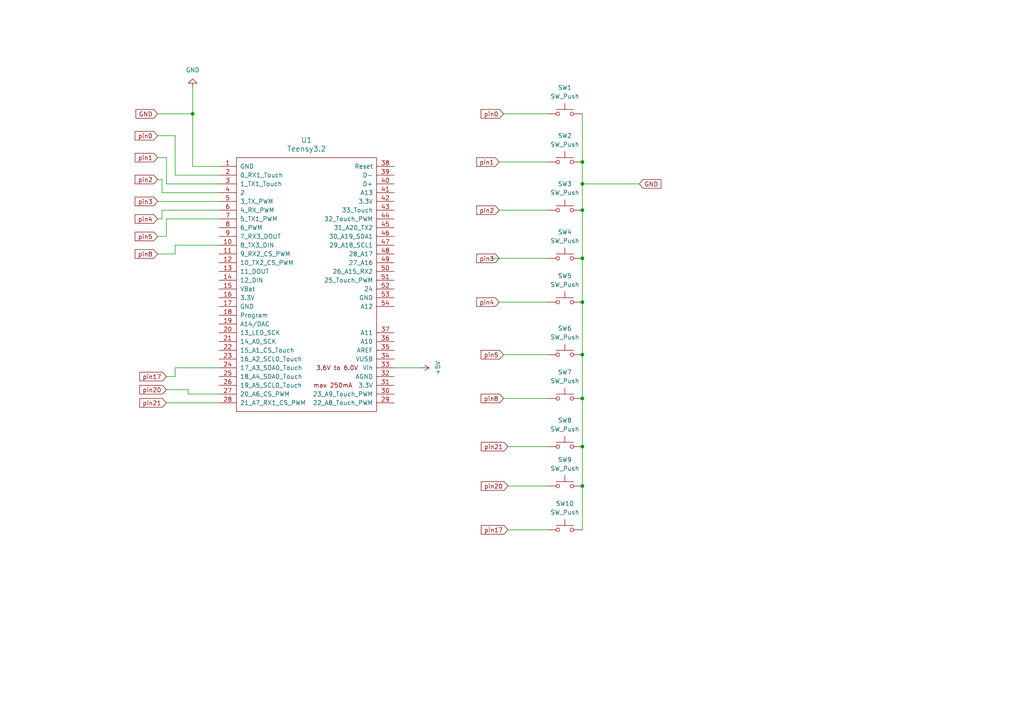
<source format=kicad_sch>
(kicad_sch (version 20231120) (generator "eeschema") (generator_version "8.0")
  (paper "A4")
  (lib_symbols
    (symbol "Switch:SW_Push" (pin_numbers hide) (pin_names (offset 1.016) hide)
      (property "Reference" "SW" (at 1.27 2.54 0))
      (property "Value" "SW_Push" (at 0 -1.524 0))
      (symbol "SW_Push_0_1"
        (circle (center -2.032 0) (radius 0.508))
        (polyline (pts (xy 0 1.27) (xy 0 3.048)))
        (polyline (pts (xy 2.54 1.27) (xy -2.54 1.27)))
        (circle (center 2.032 0) (radius 0.508))
        (pin passive line (at -5.08 0 0) (length 2.54) (name "1") (number "1"))
        (pin passive line (at 5.08 0 180) (length 2.54) (name "2") (number "2"))
      )
    )
    (symbol "Teensy:Teensy3.2" (pin_names (offset 1.016))
      (property "Reference" "U" (at 0 39.37 0))
      (property "Value" "Teensy3.2" (at 0 -39.37 0))
      (symbol "Teensy3.2_0_0"
        (text "3.6V to 6.0V" (at 8.89 -24.13 0) (effects (font (size 1.27 1.27))))
        (text "max 250mA" (at 7.62 -29.21 0) (effects (font (size 1.27 1.27))))
      )
      (symbol "Teensy3.2_0_1"
        (rectangle (start -20.32 -36.83) (end 20.32 36.83))
      )
      (symbol "Teensy3.2_1_1"
        (pin power_in line (at -25.4 34.29 0) (length 5.08) (name "GND") (number "1"))
        (pin bidirectional line (at -25.4 11.43 0) (length 5.08) (name "8_TX3_DIN") (number "10"))
        (pin bidirectional line (at -25.4 8.89 0) (length 5.08) (name "9_RX2_CS_PWM") (number "11"))
        (pin bidirectional line (at -25.4 6.35 0) (length 5.08) (name "10_TX2_CS_PWM") (number "12"))
        (pin bidirectional line (at -25.4 3.81 0) (length 5.08) (name "11_DOUT") (number "13"))
        (pin bidirectional line (at -25.4 1.27 0) (length 5.08) (name "12_DIN") (number "14"))
        (pin power_in line (at -25.4 -1.27 0) (length 5.08) (name "VBat") (number "15"))
        (pin power_out line (at -25.4 -3.81 0) (length 5.08) (name "3.3V") (number "16"))
        (pin power_in line (at -25.4 -6.35 0) (length 5.08) (name "GND") (number "17"))
        (pin input line (at -25.4 -8.89 0) (length 5.08) (name "Program") (number "18"))
        (pin bidirectional line (at -25.4 -11.43 0) (length 5.08) (name "A14/DAC") (number "19"))
        (pin bidirectional line (at -25.4 31.75 0) (length 5.08) (name "0_RX1_Touch") (number "2"))
        (pin bidirectional line (at -25.4 -13.97 0) (length 5.08) (name "13_LED_SCK") (number "20"))
        (pin bidirectional line (at -25.4 -16.51 0) (length 5.08) (name "14_A0_SCK") (number "21"))
        (pin bidirectional line (at -25.4 -19.05 0) (length 5.08) (name "15_A1_CS_Touch") (number "22"))
        (pin bidirectional line (at -25.4 -21.59 0) (length 5.08) (name "16_A2_SCL0_Touch") (number "23"))
        (pin bidirectional line (at -25.4 -24.13 0) (length 5.08) (name "17_A3_SDA0_Touch") (number "24"))
        (pin bidirectional line (at -25.4 -26.67 0) (length 5.08) (name "18_A4_SDA0_Touch") (number "25"))
        (pin bidirectional line (at -25.4 -29.21 0) (length 5.08) (name "19_A5_SCL0_Touch") (number "26"))
        (pin bidirectional line (at -25.4 -31.75 0) (length 5.08) (name "20_A6_CS_PWM") (number "27"))
        (pin bidirectional line (at -25.4 -34.29 0) (length 5.08) (name "21_A7_RX1_CS_PWM") (number "28"))
        (pin bidirectional line (at 25.4 -34.29 180) (length 5.08) (name "22_A8_Touch_PWM") (number "29"))
        (pin bidirectional line (at -25.4 29.21 0) (length 5.08) (name "1_TX1_Touch") (number "3"))
        (pin bidirectional line (at 25.4 -31.75 180) (length 5.08) (name "23_A9_Touch_PWM") (number "30"))
        (pin power_out line (at 25.4 -29.21 180) (length 5.08) (name "3.3V") (number "31"))
        (pin power_out line (at 25.4 -26.67 180) (length 5.08) (name "AGND") (number "32"))
        (pin power_in line (at 25.4 -24.13 180) (length 5.08) (name "Vin") (number "33"))
        (pin power_in line (at 25.4 -21.59 180) (length 5.08) (name "VUSB") (number "34"))
        (pin input line (at 25.4 -19.05 180) (length 5.08) (name "AREF") (number "35"))
        (pin bidirectional line (at 25.4 -16.51 180) (length 5.08) (name "A10") (number "36"))
        (pin bidirectional line (at 25.4 -13.97 180) (length 5.08) (name "A11") (number "37"))
        (pin input line (at 25.4 34.29 180) (length 5.08) (name "Reset") (number "38"))
        (pin bidirectional line (at 25.4 31.75 180) (length 5.08) (name "D-") (number "39"))
        (pin bidirectional line (at -25.4 26.67 0) (length 5.08) (name "2") (number "4"))
        (pin bidirectional line (at 25.4 29.21 180) (length 5.08) (name "D+") (number "40"))
        (pin bidirectional line (at 25.4 26.67 180) (length 5.08) (name "A13") (number "41"))
        (pin power_out line (at 25.4 24.13 180) (length 5.08) (name "3.3V") (number "42"))
        (pin bidirectional line (at 25.4 21.59 180) (length 5.08) (name "33_Touch") (number "43"))
        (pin bidirectional line (at 25.4 19.05 180) (length 5.08) (name "32_Touch_PWM") (number "44"))
        (pin bidirectional line (at 25.4 16.51 180) (length 5.08) (name "31_A20_TX2") (number "45"))
        (pin bidirectional line (at 25.4 13.97 180) (length 5.08) (name "30_A19_SDA1") (number "46"))
        (pin bidirectional line (at 25.4 11.43 180) (length 5.08) (name "29_A18_SCL1") (number "47"))
        (pin bidirectional line (at 25.4 8.89 180) (length 5.08) (name "28_A17") (number "48"))
        (pin bidirectional line (at 25.4 6.35 180) (length 5.08) (name "27_A16") (number "49"))
        (pin bidirectional line (at -25.4 24.13 0) (length 5.08) (name "3_TX_PWM") (number "5"))
        (pin bidirectional line (at 25.4 3.81 180) (length 5.08) (name "26_A15_RX2") (number "50"))
        (pin bidirectional line (at 25.4 1.27 180) (length 5.08) (name "25_Touch_PWM") (number "51"))
        (pin bidirectional line (at 25.4 -1.27 180) (length 5.08) (name "24") (number "52"))
        (pin power_in line (at 25.4 -3.81 180) (length 5.08) (name "GND") (number "53"))
        (pin bidirectional line (at 25.4 -6.35 180) (length 5.08) (name "A12") (number "54"))
        (pin bidirectional line (at -25.4 21.59 0) (length 5.08) (name "4_RX_PWM") (number "6"))
        (pin bidirectional line (at -25.4 19.05 0) (length 5.08) (name "5_TX1_PWM") (number "7"))
        (pin bidirectional line (at -25.4 16.51 0) (length 5.08) (name "6_PWM") (number "8"))
        (pin bidirectional line (at -25.4 13.97 0) (length 5.08) (name "7_RX3_DOUT") (number "9"))
      )
    )
    (symbol "power:+5V" (power) (pin_numbers hide) (pin_names (offset 0) hide)
      (property "Value" "+5V" (at 0 3.556 0))
      (symbol "+5V_0_1"
        (polyline (pts (xy -0.762 1.27) (xy 0 2.54)))
        (polyline (pts (xy 0 0) (xy 0 2.54)))
        (polyline (pts (xy 0 2.54) (xy 0.762 1.27)))
      )
      (symbol "+5V_1_1"
        (pin power_in line (at 0 0 90) (length 0) (name "~") (number "1"))
      )
    )
    (symbol "power:GND" (power) (pin_numbers hide) (pin_names (offset 0) hide)
      (property "Value" "GND" (at 0 -3.81 0))
      (symbol "GND_0_1"
        (polyline (pts (xy 0 0) (xy 0 -1.27) (xy 1.27 -1.27) (xy 0 -2.54) (xy -1.27 -1.27) (xy 0 -1.27)))
      )
      (symbol "GND_1_1"
        (pin power_in line (at 0 0 270) (length 0) (name "~") (number "1"))
      )
    )
  )
  (junction (at 168.91 87.63))
  (junction (at 168.91 102.87))
  (junction (at 168.91 140.97))
  (junction (at 168.91 60.96))
  (junction (at 168.91 53.34))
  (junction (at 168.91 115.57))
  (junction (at 168.91 129.54))
  (junction (at 168.91 46.99))
  (junction (at 168.91 74.93))
  (junction (at 55.88 33.02))
  (wire (pts (xy 147.32 140.97) (xy 158.75 140.97)))
  (wire (pts (xy 63.5 60.96) (xy 46.99 60.96)))
  (wire (pts (xy 48.26 113.03) (xy 54.61 113.03)))
  (wire (pts (xy 50.8 50.8) (xy 63.5 50.8)))
  (wire (pts (xy 50.8 73.66) (xy 50.8 71.12)))
  (wire (pts (xy 45.72 63.5) (xy 46.99 63.5)))
  (wire (pts (xy 144.78 87.63) (xy 158.75 87.63)))
  (wire (pts (xy 168.91 102.87) (xy 168.91 115.57)))
  (wire (pts (xy 55.88 48.26) (xy 63.5 48.26)))
  (wire (pts (xy 147.32 129.54) (xy 158.75 129.54)))
  (wire (pts (xy 46.99 63.5) (xy 46.99 60.96)))
  (wire (pts (xy 144.78 60.96) (xy 158.75 60.96)))
  (wire (pts (xy 146.05 115.57) (xy 158.75 115.57)))
  (wire (pts (xy 45.72 45.72) (xy 48.26 45.72)))
  (wire (pts (xy 168.91 129.54) (xy 168.91 140.97)))
  (wire (pts (xy 147.32 153.67) (xy 158.75 153.67)))
  (wire (pts (xy 45.72 58.42) (xy 63.5 58.42)))
  (wire (pts (xy 168.91 140.97) (xy 168.91 153.67)))
  (wire (pts (xy 54.61 114.3) (xy 63.5 114.3)))
  (wire (pts (xy 168.91 74.93) (xy 168.91 87.63)))
  (wire (pts (xy 48.26 68.58) (xy 48.26 63.5)))
  (wire (pts (xy 144.78 46.99) (xy 158.75 46.99)))
  (wire (pts (xy 146.05 33.02) (xy 158.75 33.02)))
  (wire (pts (xy 146.05 102.87) (xy 158.75 102.87)))
  (wire (pts (xy 45.72 33.02) (xy 55.88 33.02)))
  (wire (pts (xy 168.91 87.63) (xy 168.91 102.87)))
  (wire (pts (xy 46.99 55.88) (xy 63.5 55.88)))
  (wire (pts (xy 48.26 45.72) (xy 48.26 53.34)))
  (wire (pts (xy 48.26 116.84) (xy 63.5 116.84)))
  (wire (pts (xy 48.26 109.22) (xy 50.8 109.22)))
  (wire (pts (xy 46.99 52.07) (xy 46.99 55.88)))
  (wire (pts (xy 55.88 33.02) (xy 55.88 48.26)))
  (wire (pts (xy 168.91 115.57) (xy 168.91 129.54)))
  (wire (pts (xy 55.88 25.4) (xy 55.88 33.02)))
  (wire (pts (xy 50.8 39.37) (xy 45.72 39.37)))
  (wire (pts (xy 50.8 106.68) (xy 63.5 106.68)))
  (wire (pts (xy 48.26 63.5) (xy 63.5 63.5)))
  (wire (pts (xy 50.8 71.12) (xy 63.5 71.12)))
  (wire (pts (xy 168.91 46.99) (xy 168.91 53.34)))
  (wire (pts (xy 168.91 53.34) (xy 168.91 60.96)))
  (wire (pts (xy 45.72 68.58) (xy 48.26 68.58)))
  (wire (pts (xy 142.24 74.93) (xy 158.75 74.93)))
  (wire (pts (xy 50.8 50.8) (xy 50.8 39.37)))
  (wire (pts (xy 168.91 60.96) (xy 168.91 74.93)))
  (wire (pts (xy 168.91 53.34) (xy 185.42 53.34)))
  (wire (pts (xy 45.72 73.66) (xy 50.8 73.66)))
  (wire (pts (xy 54.61 113.03) (xy 54.61 114.3)))
  (wire (pts (xy 45.72 52.07) (xy 46.99 52.07)))
  (wire (pts (xy 168.91 33.02) (xy 168.91 46.99)))
  (wire (pts (xy 114.3 106.68) (xy 121.92 106.68)))
  (wire (pts (xy 48.26 53.34) (xy 63.5 53.34)))
  (wire (pts (xy 50.8 109.22) (xy 50.8 106.68)))
  (global_label "pin3" (shape input) (at 144.78 74.93 180) (property "Intersheetrefs" "${INTERSHEET_REFS}" (effects (hide yes))))
  (global_label "pin8" (shape input) (at 45.72 73.66 180) (property "Intersheetrefs" "${INTERSHEET_REFS}" (effects (hide yes))))
  (global_label "GND" (shape input) (at 45.72 33.02 180) (property "Intersheetrefs" "${INTERSHEET_REFS}" (effects (hide yes))))
  (global_label "pin3" (shape input) (at 45.72 58.42 180) (property "Intersheetrefs" "${INTERSHEET_REFS}" (effects (hide yes))))
  (global_label "pin5" (shape input) (at 146.05 102.87 180) (property "Intersheetrefs" "${INTERSHEET_REFS}" (effects (hide yes))))
  (global_label "pin4" (shape input) (at 45.72 63.5 180) (property "Intersheetrefs" "${INTERSHEET_REFS}" (effects (hide yes))))
  (global_label "pin1" (shape input) (at 45.72 45.72 180) (property "Intersheetrefs" "${INTERSHEET_REFS}" (effects (hide yes))))
  (global_label "pin21" (shape input) (at 147.32 129.54 180) (property "Intersheetrefs" "${INTERSHEET_REFS}" (effects (hide yes))))
  (global_label "GND" (shape input) (at 185.42 53.34 0) (property "Intersheetrefs" "${INTERSHEET_REFS}" (effects (hide yes))))
  (global_label "pin1" (shape input) (at 144.78 46.99 180) (property "Intersheetrefs" "${INTERSHEET_REFS}" (effects (hide yes))))
  (global_label "pin21" (shape input) (at 48.26 116.84 180) (property "Intersheetrefs" "${INTERSHEET_REFS}" (effects (hide yes))))
  (global_label "pin2" (shape input) (at 144.78 60.96 180) (property "Intersheetrefs" "${INTERSHEET_REFS}" (effects (hide yes))))
  (global_label "pin20" (shape input) (at 147.32 140.97 180) (property "Intersheetrefs" "${INTERSHEET_REFS}" (effects (hide yes))))
  (global_label "pin0" (shape input) (at 45.72 39.37 180) (property "Intersheetrefs" "${INTERSHEET_REFS}" (effects (hide yes))))
  (global_label "pin4" (shape input) (at 144.78 87.63 180) (property "Intersheetrefs" "${INTERSHEET_REFS}" (effects (hide yes))))
  (global_label "pin17" (shape input) (at 48.26 109.22 180) (property "Intersheetrefs" "${INTERSHEET_REFS}" (effects (hide yes))))
  (global_label "pin0" (shape input) (at 146.05 33.02 180) (property "Intersheetrefs" "${INTERSHEET_REFS}" (effects (hide yes))))
  (global_label "pin2" (shape input) (at 45.72 52.07 180) (property "Intersheetrefs" "${INTERSHEET_REFS}" (effects (hide yes))))
  (global_label "pin5" (shape input) (at 45.72 68.58 180) (property "Intersheetrefs" "${INTERSHEET_REFS}" (effects (hide yes))))
  (global_label "pin17" (shape input) (at 147.32 153.67 180) (property "Intersheetrefs" "${INTERSHEET_REFS}" (effects (hide yes))))
  (global_label "pin8" (shape input) (at 146.05 115.57 180) (property "Intersheetrefs" "${INTERSHEET_REFS}" (effects (hide yes))))
  (global_label "pin20" (shape input) (at 48.26 113.03 180) (property "Intersheetrefs" "${INTERSHEET_REFS}" (effects (hide yes))))
  (symbol (lib_id "Switch:SW_Push") (at 163.83 153.67 0) (unit 1)
    (property "Reference" "SW10" (at 163.83 146.05 0))
    (property "Value" "SW_Push" (at 163.83 148.59 0))
    (property "Footprint" "Connector_PinHeader_2.54mm:PinHeader_1x02_P2.54mm_Vertical" (effects (hide yes)))
    (property "Description" "Push button switch, generic, two pins" (effects (hide yes)))
  )
  (symbol (lib_id "Switch:SW_Push") (at 163.83 115.57 0) (unit 1)
    (property "Reference" "SW7" (at 163.83 107.95 0))
    (property "Value" "SW_Push" (at 163.83 110.49 0))
    (property "Footprint" "Connector_PinHeader_2.54mm:PinHeader_1x02_P2.54mm_Vertical" (effects (hide yes)))
    (property "Description" "Push button switch, generic, two pins" (effects (hide yes)))
  )
  (symbol (lib_id "power:GND") (at 55.88 25.4 180) (unit 1)
    (property "Reference" "#PWR02" (effects (hide yes)))
    (property "Value" "GND" (at 55.88 20.32 0))
    (property "Description" "Power symbol creates a global label with name \"GND\" , ground" (effects (hide yes)))
  )
  (symbol (lib_id "Switch:SW_Push") (at 163.83 46.99 0) (unit 1)
    (property "Reference" "SW2" (at 163.83 39.37 0))
    (property "Value" "SW_Push" (at 163.83 41.91 0))
    (property "Footprint" "Connector_PinHeader_2.54mm:PinHeader_1x02_P2.54mm_Vertical" (effects (hide yes)))
    (property "Description" "Push button switch, generic, two pins" (effects (hide yes)))
  )
  (symbol (lib_id "Switch:SW_Push") (at 163.83 102.87 0) (unit 1)
    (property "Reference" "SW6" (at 163.83 95.25 0))
    (property "Value" "SW_Push" (at 163.83 97.79 0))
    (property "Footprint" "Connector_PinHeader_2.54mm:PinHeader_1x02_P2.54mm_Vertical" (effects (hide yes)))
    (property "Description" "Push button switch, generic, two pins" (effects (hide yes)))
  )
  (symbol (lib_id "Switch:SW_Push") (at 163.83 33.02 0) (unit 1)
    (property "Reference" "SW1" (at 163.83 25.4 0))
    (property "Value" "SW_Push" (at 163.83 27.94 0))
    (property "Footprint" "Connector_PinHeader_2.54mm:PinHeader_1x02_P2.54mm_Vertical" (effects (hide yes)))
    (property "Description" "Push button switch, generic, two pins" (effects (hide yes)))
  )
  (symbol (lib_id "Switch:SW_Push") (at 163.83 87.63 0) (unit 1)
    (property "Reference" "SW5" (at 163.83 80.01 0))
    (property "Value" "SW_Push" (at 163.83 82.55 0))
    (property "Footprint" "Connector_PinHeader_2.54mm:PinHeader_1x02_P2.54mm_Vertical" (effects (hide yes)))
    (property "Description" "Push button switch, generic, two pins" (effects (hide yes)))
  )
  (symbol (lib_id "Teensy:Teensy3.2") (at 88.9 82.55 0) (unit 1)
    (property "Reference" "U1" (at 88.9 40.64 0) (effects (font (size 1.524 1.524))))
    (property "Value" "Teensy3.2" (at 88.9 43.18 0) (effects (font (size 1.524 1.524))))
    (property "Footprint" "Teensy:Teensy30_31_32_All_Pins" (effects (hide yes)))
  )
  (symbol (lib_id "power:+5V") (at 121.92 106.68 270) (unit 1)
    (property "Reference" "#PWR01" (effects (hide yes)))
    (property "Value" "+5V" (at 127 106.68 0))
    (property "Description" "Power symbol creates a global label with name \"+5V\"" (effects (hide yes)))
  )
  (symbol (lib_id "Switch:SW_Push") (at 163.83 74.93 0) (unit 1)
    (property "Reference" "SW4" (at 163.83 67.31 0))
    (property "Value" "SW_Push" (at 163.83 69.85 0))
    (property "Footprint" "Connector_PinHeader_2.54mm:PinHeader_1x02_P2.54mm_Vertical" (effects (hide yes)))
    (property "Description" "Push button switch, generic, two pins" (effects (hide yes)))
  )
  (symbol (lib_id "Switch:SW_Push") (at 163.83 60.96 0) (unit 1)
    (property "Reference" "SW3" (at 163.83 53.34 0))
    (property "Value" "SW_Push" (at 163.83 55.88 0))
    (property "Footprint" "Connector_PinHeader_2.54mm:PinHeader_1x02_P2.54mm_Vertical" (effects (hide yes)))
    (property "Description" "Push button switch, generic, two pins" (effects (hide yes)))
  )
  (symbol (lib_id "Switch:SW_Push") (at 163.83 140.97 0) (unit 1)
    (property "Reference" "SW9" (at 163.83 133.35 0))
    (property "Value" "SW_Push" (at 163.83 135.89 0))
    (property "Footprint" "Connector_PinHeader_2.54mm:PinHeader_1x02_P2.54mm_Vertical" (effects (hide yes)))
    (property "Description" "Push button switch, generic, two pins" (effects (hide yes)))
  )
  (symbol (lib_id "Switch:SW_Push") (at 163.83 129.54 0) (unit 1)
    (property "Reference" "SW8" (at 163.83 121.92 0))
    (property "Value" "SW_Push" (at 163.83 124.46 0))
    (property "Footprint" "Connector_PinHeader_2.54mm:PinHeader_1x02_P2.54mm_Vertical" (effects (hide yes)))
    (property "Description" "Push button switch, generic, two pins" (effects (hide yes)))
  )
)
</source>
